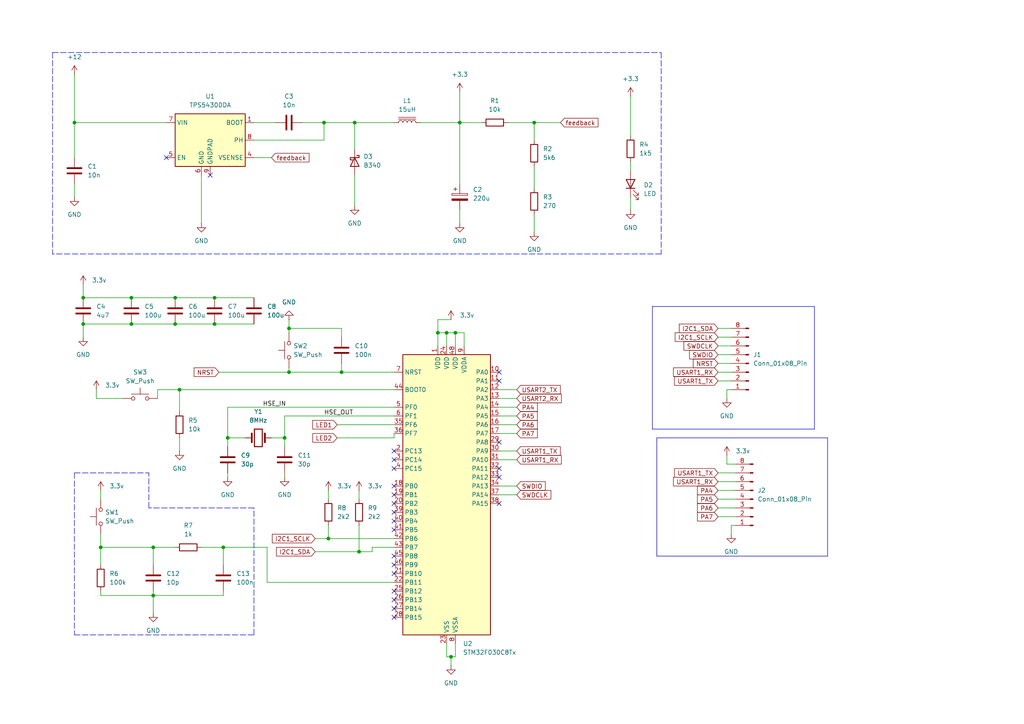
<source format=kicad_sch>
(kicad_sch (version 20250114) (generator "eeschema") (generator_version "9.0")
  (paper "A4")
  (lib_symbols
    (symbol "Connector:Conn_01x08_Pin" (pin_names (offset 1.016) (hide yes))
      (property "Reference" "J" (at 0 10.16 0))
      (property "Value" "Conn_01x08_Pin" (at 0 -12.7 0))
      (symbol "Conn_01x08_Pin_1_1"
        (rectangle (start 0.8636 7.747) (end 0 7.493) (stroke (width 0.1524)) (fill (type outline)))
        (rectangle (start 0.8636 5.207) (end 0 4.953) (stroke (width 0.1524)) (fill (type outline)))
        (rectangle (start 0.8636 2.667) (end 0 2.413) (stroke (width 0.1524)) (fill (type outline)))
        (rectangle (start 0.8636 0.127) (end 0 -0.127) (stroke (width 0.1524)) (fill (type outline)))
        (rectangle (start 0.8636 -2.413) (end 0 -2.667) (stroke (width 0.1524)) (fill (type outline)))
        (rectangle (start 0.8636 -4.953) (end 0 -5.207) (stroke (width 0.1524)) (fill (type outline)))
        (rectangle (start 0.8636 -7.493) (end 0 -7.747) (stroke (width 0.1524)) (fill (type outline)))
        (rectangle (start 0.8636 -10.033) (end 0 -10.287) (stroke (width 0.1524)) (fill (type outline)))
        (polyline (pts (xy 1.27 7.62) (xy 0.8636 7.62)) (stroke (width 0.1524)))
        (polyline (pts (xy 1.27 5.08) (xy 0.8636 5.08)) (stroke (width 0.1524)))
        (polyline (pts (xy 1.27 2.54) (xy 0.8636 2.54)) (stroke (width 0.1524)))
        (polyline (pts (xy 1.27 0) (xy 0.8636 0)) (stroke (width 0.1524)))
        (polyline (pts (xy 1.27 -2.54) (xy 0.8636 -2.54)) (stroke (width 0.1524)))
        (polyline (pts (xy 1.27 -5.08) (xy 0.8636 -5.08)) (stroke (width 0.1524)))
        (polyline (pts (xy 1.27 -7.62) (xy 0.8636 -7.62)) (stroke (width 0.1524)))
        (polyline (pts (xy 1.27 -10.16) (xy 0.8636 -10.16)) (stroke (width 0.1524)))
        (pin passive line (at 5.08 7.62 180) (length 3.81) (name "Pin_1") (number "1"))
        (pin passive line (at 5.08 5.08 180) (length 3.81) (name "Pin_2") (number "2"))
        (pin passive line (at 5.08 2.54 180) (length 3.81) (name "Pin_3") (number "3"))
        (pin passive line (at 5.08 0 180) (length 3.81) (name "Pin_4") (number "4"))
        (pin passive line (at 5.08 -2.54 180) (length 3.81) (name "Pin_5") (number "5"))
        (pin passive line (at 5.08 -5.08 180) (length 3.81) (name "Pin_6") (number "6"))
        (pin passive line (at 5.08 -7.62 180) (length 3.81) (name "Pin_7") (number "7"))
        (pin passive line (at 5.08 -10.16 180) (length 3.81) (name "Pin_8") (number "8"))
      )
    )
    (symbol "Device:C" (pin_numbers (hide yes)) (pin_names (offset 0.254))
      (property "Reference" "C" (at 0.635 2.54 0))
      (property "Value" "C" (at 0.635 -2.54 0))
      (symbol "C_0_1"
        (polyline (pts (xy -2.032 0.762) (xy 2.032 0.762)) (stroke (width 0.508)))
        (polyline (pts (xy -2.032 -0.762) (xy 2.032 -0.762)) (stroke (width 0.508)))
      )
      (symbol "C_1_1"
        (pin passive line (at 0 3.81 270) (length 2.794) (name "~") (number "1"))
        (pin passive line (at 0 -3.81 90) (length 2.794) (name "~") (number "2"))
      )
    )
    (symbol "Device:C_Polarized" (pin_numbers (hide yes)) (pin_names (offset 0.254))
      (property "Reference" "C" (at 0.635 2.54 0))
      (property "Value" "C_Polarized" (at 0.635 -2.54 0))
      (symbol "C_Polarized_0_1"
        (rectangle (start -2.286 0.508) (end 2.286 1.016))
        (polyline (pts (xy -1.778 2.286) (xy -0.762 2.286)))
        (polyline (pts (xy -1.27 2.794) (xy -1.27 1.778)))
        (rectangle (start 2.286 -0.508) (end -2.286 -1.016) (fill (type outline)))
      )
      (symbol "C_Polarized_1_1"
        (pin passive line (at 0 3.81 270) (length 2.794) (name "~") (number "1"))
        (pin passive line (at 0 -3.81 90) (length 2.794) (name "~") (number "2"))
      )
    )
    (symbol "Device:Crystal" (pin_numbers (hide yes)) (pin_names (offset 1.016) (hide yes))
      (property "Reference" "Y" (at 0 3.81 0))
      (property "Value" "Crystal" (at 0 -3.81 0))
      (symbol "Crystal_0_1"
        (polyline (pts (xy -2.54 0) (xy -1.905 0)))
        (polyline (pts (xy -1.905 -1.27) (xy -1.905 1.27)) (stroke (width 0.508)))
        (rectangle (start -1.143 2.54) (end 1.143 -2.54) (stroke (width 0.3048)))
        (polyline (pts (xy 1.905 -1.27) (xy 1.905 1.27)) (stroke (width 0.508)))
        (polyline (pts (xy 2.54 0) (xy 1.905 0)))
      )
      (symbol "Crystal_1_1"
        (pin passive line (at -3.81 0 0) (length 1.27) (name "1") (number "1"))
        (pin passive line (at 3.81 0 180) (length 1.27) (name "2") (number "2"))
      )
    )
    (symbol "Device:LED" (pin_numbers (hide yes)) (pin_names (offset 1.016) (hide yes))
      (property "Reference" "D" (at 0 2.54 0))
      (property "Value" "LED" (at 0 -2.54 0))
      (symbol "LED_0_1"
        (polyline (pts (xy -3.048 -0.762) (xy -4.572 -2.286) (xy -3.81 -2.286) (xy -4.572 -2.286) (xy -4.572 -1.524)))
        (polyline (pts (xy -1.778 -0.762) (xy -3.302 -2.286) (xy -2.54 -2.286) (xy -3.302 -2.286) (xy -3.302 -1.524)))
        (polyline (pts (xy -1.27 0) (xy 1.27 0)))
        (polyline (pts (xy -1.27 -1.27) (xy -1.27 1.27)) (stroke (width 0.254)))
        (polyline (pts (xy 1.27 -1.27) (xy 1.27 1.27) (xy -1.27 0) (xy 1.27 -1.27)) (stroke (width 0.254)))
      )
      (symbol "LED_1_1"
        (pin passive line (at -3.81 0 0) (length 2.54) (name "K") (number "1"))
        (pin passive line (at 3.81 0 180) (length 2.54) (name "A") (number "2"))
      )
    )
    (symbol "Device:L_Iron" (pin_numbers (hide yes)) (pin_names (offset 1.016) (hide yes))
      (property "Reference" "L" (at -1.27 0 90))
      (property "Value" "L_Iron" (at 2.794 0 90))
      (symbol "L_Iron_0_1"
        (arc (start 0 2.54) (mid 0.6323 1.905) (end 0 1.27))
        (arc (start 0 1.27) (mid 0.6323 0.635) (end 0 0))
        (arc (start 0 0) (mid 0.6323 -0.635) (end 0 -1.27))
        (arc (start 0 -1.27) (mid 0.6323 -1.905) (end 0 -2.54))
        (polyline (pts (xy 1.016 2.54) (xy 1.016 -2.54)))
        (polyline (pts (xy 1.524 -2.54) (xy 1.524 2.54)))
      )
      (symbol "L_Iron_1_1"
        (pin passive line (at 0 3.81 270) (length 1.27) (name "1") (number "1"))
        (pin passive line (at 0 -3.81 90) (length 1.27) (name "2") (number "2"))
      )
    )
    (symbol "Device:R" (pin_numbers (hide yes)) (pin_names (offset 0))
      (property "Reference" "R" (at 2.032 0 90))
      (property "Value" "R" (at 0 0 90))
      (symbol "R_0_1"
        (rectangle (start -1.016 -2.54) (end 1.016 2.54) (stroke (width 0.254)))
      )
      (symbol "R_1_1"
        (pin passive line (at 0 3.81 270) (length 1.27) (name "~") (number "1"))
        (pin passive line (at 0 -3.81 90) (length 1.27) (name "~") (number "2"))
      )
    )
    (symbol "Diode:B340" (pin_numbers (hide yes)) (pin_names (offset 1.016) (hide yes))
      (property "Reference" "D" (at 0 2.54 0))
      (property "Value" "B340" (at 0 -2.54 0))
      (symbol "B340_0_1"
        (polyline (pts (xy -1.905 0.635) (xy -1.905 1.27) (xy -1.27 1.27) (xy -1.27 -1.27) (xy -0.635 -1.27) (xy -0.635 -0.635)) (stroke (width 0.254)))
        (polyline (pts (xy 1.27 1.27) (xy 1.27 -1.27) (xy -1.27 0) (xy 1.27 1.27)) (stroke (width 0.254)))
        (polyline (pts (xy 1.27 0) (xy -1.27 0)))
      )
      (symbol "B340_1_1"
        (pin passive line (at -3.81 0 0) (length 2.54) (name "K") (number "1"))
        (pin passive line (at 3.81 0 180) (length 2.54) (name "A") (number "2"))
      )
    )
    (symbol "MCU_ST_STM32F0:STM32F030C8Tx"
      (property "Reference" "U" (at -12.7 41.91 0))
      (property "Value" "STM32F030C8Tx" (at 7.62 41.91 0))
      (symbol "STM32F030C8Tx_0_1"
        (rectangle (start -12.7 -40.64) (end 12.7 40.64) (stroke (width 0.254)) (fill (type background)))
      )
      (symbol "STM32F030C8Tx_1_1"
        (pin input line (at -15.24 35.56 0) (length 2.54) (name "NRST") (number "7"))
        (pin input line (at -15.24 30.48 0) (length 2.54) (name "BOOT0") (number "44"))
        (pin bidirectional line (at -15.24 25.4 0) (length 2.54) (name "PF0") (number "5"))
        (pin bidirectional line (at -15.24 22.86 0) (length 2.54) (name "PF1") (number "6"))
        (pin bidirectional line (at -15.24 20.32 0) (length 2.54) (name "PF6") (number "35"))
        (pin bidirectional line (at -15.24 17.78 0) (length 2.54) (name "PF7") (number "36"))
        (pin bidirectional line (at -15.24 12.7 0) (length 2.54) (name "PC13") (number "2"))
        (pin bidirectional line (at -15.24 10.16 0) (length 2.54) (name "PC14") (number "3"))
        (pin bidirectional line (at -15.24 7.62 0) (length 2.54) (name "PC15") (number "4"))
        (pin bidirectional line (at -15.24 2.54 0) (length 2.54) (name "PB0") (number "18"))
        (pin bidirectional line (at -15.24 0 0) (length 2.54) (name "PB1") (number "19"))
        (pin bidirectional line (at -15.24 -2.54 0) (length 2.54) (name "PB2") (number "20"))
        (pin bidirectional line (at -15.24 -5.08 0) (length 2.54) (name "PB3") (number "39"))
        (pin bidirectional line (at -15.24 -7.62 0) (length 2.54) (name "PB4") (number "40"))
        (pin bidirectional line (at -15.24 -10.16 0) (length 2.54) (name "PB5") (number "41"))
        (pin bidirectional line (at -15.24 -12.7 0) (length 2.54) (name "PB6") (number "42"))
        (pin bidirectional line (at -15.24 -15.24 0) (length 2.54) (name "PB7") (number "43"))
        (pin bidirectional line (at -15.24 -17.78 0) (length 2.54) (name "PB8") (number "45"))
        (pin bidirectional line (at -15.24 -20.32 0) (length 2.54) (name "PB9") (number "46"))
        (pin bidirectional line (at -15.24 -22.86 0) (length 2.54) (name "PB10") (number "21"))
        (pin bidirectional line (at -15.24 -25.4 0) (length 2.54) (name "PB11") (number "22"))
        (pin bidirectional line (at -15.24 -27.94 0) (length 2.54) (name "PB12") (number "25"))
        (pin bidirectional line (at -15.24 -30.48 0) (length 2.54) (name "PB13") (number "26"))
        (pin bidirectional line (at -15.24 -33.02 0) (length 2.54) (name "PB14") (number "27"))
        (pin bidirectional line (at -15.24 -35.56 0) (length 2.54) (name "PB15") (number "28"))
        (pin power_in line (at -2.54 43.18 270) (length 2.54) (name "VDD") (number "1"))
        (pin power_in line (at 0 43.18 270) (length 2.54) (name "VDD") (number "24"))
        (pin power_in line (at 0 -43.18 90) (length 2.54) (name "VSS") (number "23"))
        (pin passive line (at 0 -43.18 90) (length 2.54) (hide yes) (name "VSS") (number "47"))
        (pin power_in line (at 2.54 43.18 270) (length 2.54) (name "VDD") (number "48"))
        (pin power_in line (at 2.54 -43.18 90) (length 2.54) (name "VSSA") (number "8"))
        (pin power_in line (at 5.08 43.18 270) (length 2.54) (name "VDDA") (number "9"))
        (pin bidirectional line (at 15.24 35.56 180) (length 2.54) (name "PA0") (number "10"))
        (pin bidirectional line (at 15.24 33.02 180) (length 2.54) (name "PA1") (number "11"))
        (pin bidirectional line (at 15.24 30.48 180) (length 2.54) (name "PA2") (number "12"))
        (pin bidirectional line (at 15.24 27.94 180) (length 2.54) (name "PA3") (number "13"))
        (pin bidirectional line (at 15.24 25.4 180) (length 2.54) (name "PA4") (number "14"))
        (pin bidirectional line (at 15.24 22.86 180) (length 2.54) (name "PA5") (number "15"))
        (pin bidirectional line (at 15.24 20.32 180) (length 2.54) (name "PA6") (number "16"))
        (pin bidirectional line (at 15.24 17.78 180) (length 2.54) (name "PA7") (number "17"))
        (pin bidirectional line (at 15.24 15.24 180) (length 2.54) (name "PA8") (number "29"))
        (pin bidirectional line (at 15.24 12.7 180) (length 2.54) (name "PA9") (number "30"))
        (pin bidirectional line (at 15.24 10.16 180) (length 2.54) (name "PA10") (number "31"))
        (pin bidirectional line (at 15.24 7.62 180) (length 2.54) (name "PA11") (number "32"))
        (pin bidirectional line (at 15.24 5.08 180) (length 2.54) (name "PA12") (number "33"))
        (pin bidirectional line (at 15.24 2.54 180) (length 2.54) (name "PA13") (number "34"))
        (pin bidirectional line (at 15.24 0 180) (length 2.54) (name "PA14") (number "37"))
        (pin bidirectional line (at 15.24 -2.54 180) (length 2.54) (name "PA15") (number "38"))
      )
    )
    (symbol "Regulator_Switching:TPS5430DDA"
      (property "Reference" "U" (at -10.16 8.89 0))
      (property "Value" "TPS5430DDA" (at -1.27 8.89 0))
      (symbol "TPS5430DDA_0_1"
        (rectangle (start -10.16 7.62) (end 10.16 -7.62) (stroke (width 0.254)) (fill (type background)))
      )
      (symbol "TPS5430DDA_1_1"
        (pin power_in line (at -12.7 5.08 0) (length 2.54) (name "VIN") (number "7"))
        (pin input line (at -12.7 -5.08 0) (length 2.54) (name "EN") (number "5"))
        (pin no_connect line (at -10.16 2.54 0) (length 2.54) (hide yes) (name "NC") (number "2"))
        (pin no_connect line (at -10.16 -2.54 0) (length 2.54) (hide yes) (name "NC") (number "3"))
        (pin power_in line (at -2.54 -10.16 90) (length 2.54) (name "GND") (number "6"))
        (pin power_in line (at 0 -10.16 90) (length 2.54) (name "GNDPAD") (number "9"))
        (pin input line (at 12.7 5.08 180) (length 2.54) (name "BOOT") (number "1"))
        (pin output line (at 12.7 0 180) (length 2.54) (name "PH") (number "8"))
        (pin input line (at 12.7 -5.08 180) (length 2.54) (name "VSENSE") (number "4"))
      )
    )
    (symbol "Switch:SW_Push" (pin_numbers (hide yes)) (pin_names (offset 1.016) (hide yes))
      (property "Reference" "SW" (at 1.27 2.54 0))
      (property "Value" "SW_Push" (at 0 -1.524 0))
      (symbol "SW_Push_0_1"
        (circle (center -2.032 0) (radius 0.508))
        (polyline (pts (xy 0 1.27) (xy 0 3.048)))
        (circle (center 2.032 0) (radius 0.508))
        (polyline (pts (xy 2.54 1.27) (xy -2.54 1.27)))
        (pin passive line (at -5.08 0 0) (length 2.54) (name "1") (number "1"))
        (pin passive line (at 5.08 0 180) (length 2.54) (name "2") (number "2"))
      )
    )
    (symbol "power:GND" (power) (pin_numbers (hide yes)) (pin_names (offset 0) (hide yes))
      (property "Value" "GND" (at 0 -3.81 0))
      (symbol "GND_0_1"
        (polyline (pts (xy 0 0) (xy 0 -1.27) (xy 1.27 -1.27) (xy 0 -2.54) (xy -1.27 -1.27) (xy 0 -1.27)))
      )
      (symbol "GND_1_1"
        (pin power_in line (at 0 0 270) (length 0) (name "~") (number "1"))
      )
    )
    (symbol "power:VDD" (power) (pin_numbers (hide yes)) (pin_names (offset 0) (hide yes))
      (property "Value" "VDD" (at 0 3.556 0))
      (symbol "VDD_0_1"
        (polyline (pts (xy -0.762 1.27) (xy 0 2.54)))
        (polyline (pts (xy 0 2.54) (xy 0.762 1.27)))
        (polyline (pts (xy 0 0) (xy 0 2.54)))
      )
      (symbol "VDD_1_1"
        (pin power_in line (at 0 0 90) (length 0) (name "~") (number "1"))
      )
    )
  )
  (junction (at 104.14 160.02))
  (junction (at 129.54 96.52))
  (junction (at 50.8 93.98))
  (junction (at 38.1 93.98))
  (junction (at 93.98 35.56))
  (junction (at 82.55 127))
  (junction (at 130.81 190.5))
  (junction (at 52.07 113.03))
  (junction (at 50.8 86.36))
  (junction (at 127 96.52))
  (junction (at 64.77 158.75))
  (junction (at 133.35 35.56))
  (junction (at 99.06 107.95))
  (junction (at 44.45 158.75))
  (junction (at 44.45 172.72))
  (junction (at 29.21 158.75))
  (junction (at 62.23 93.98))
  (junction (at 83.82 95.25))
  (junction (at 21.59 35.56))
  (junction (at 83.82 107.95))
  (junction (at 66.04 127))
  (junction (at 154.94 35.56))
  (junction (at 38.1 86.36))
  (junction (at 102.87 35.56))
  (junction (at 95.25 156.21))
  (junction (at 24.13 86.36))
  (junction (at 24.13 93.98))
  (junction (at 62.23 86.36))
  (junction (at 132.08 96.52))
  (no_connect (at 114.3 171.45))
  (no_connect (at 114.3 135.89))
  (no_connect (at 114.3 146.05))
  (no_connect (at 114.3 151.13))
  (no_connect (at 114.3 148.59))
  (no_connect (at 114.3 166.37))
  (no_connect (at 114.3 133.35))
  (no_connect (at 114.3 143.51))
  (no_connect (at 144.78 107.95))
  (no_connect (at 144.78 138.43))
  (no_connect (at 114.3 163.83))
  (no_connect (at 144.78 135.89))
  (no_connect (at 48.26 45.72))
  (no_connect (at 114.3 130.81))
  (no_connect (at 114.3 140.97))
  (no_connect (at 144.78 128.27))
  (no_connect (at 114.3 176.53))
  (no_connect (at 144.78 110.49))
  (no_connect (at 144.78 146.05))
  (no_connect (at 114.3 153.67))
  (no_connect (at 114.3 173.99))
  (no_connect (at 114.3 179.07))
  (no_connect (at 114.3 161.29))
  (no_connect (at 60.96 50.8))
  (wire (pts (xy 83.82 95.25) (xy 83.82 96.52)))
  (polyline (pts (xy 240.03 161.29) (xy 240.03 127)))
  (wire (pts (xy 27.94 115.57) (xy 35.56 115.57)))
  (wire (pts (xy 210.82 132.08) (xy 210.82 134.62)))
  (wire (pts (xy 29.21 171.45) (xy 29.21 172.72)))
  (wire (pts (xy 63.5 107.95) (xy 83.82 107.95)))
  (wire (pts (xy 182.88 46.99) (xy 182.88 49.53)))
  (wire (pts (xy 144.78 140.97) (xy 149.86 140.97)))
  (wire (pts (xy 99.06 97.79) (xy 99.06 95.25)))
  (wire (pts (xy 52.07 113.03) (xy 114.3 113.03)))
  (polyline (pts (xy 191.77 15.24) (xy 191.77 73.66)) (stroke (width 0) (type dash)))
  (wire (pts (xy 58.42 50.8) (xy 58.42 64.77)))
  (wire (pts (xy 144.78 118.11) (xy 149.86 118.11)))
  (wire (pts (xy 97.79 123.19) (xy 114.3 123.19)))
  (wire (pts (xy 114.3 118.11) (xy 66.04 118.11)))
  (wire (pts (xy 129.54 96.52) (xy 127 96.52)))
  (polyline (pts (xy 21.59 137.16) (xy 21.59 184.15)) (stroke (width 0) (type dash)))
  (wire (pts (xy 127 96.52) (xy 127 92.71)))
  (wire (pts (xy 38.1 93.98) (xy 50.8 93.98)))
  (wire (pts (xy 208.28 100.33) (xy 212.09 100.33)))
  (wire (pts (xy 102.87 35.56) (xy 102.87 43.18)))
  (wire (pts (xy 144.78 130.81) (xy 149.86 130.81)))
  (wire (pts (xy 52.07 127) (xy 52.07 130.81)))
  (wire (pts (xy 93.98 40.64) (xy 93.98 35.56)))
  (polyline (pts (xy 73.66 184.15) (xy 73.66 147.32)) (stroke (width 0) (type dash)))
  (wire (pts (xy 133.35 26.67) (xy 133.35 35.56)))
  (wire (pts (xy 83.82 107.95) (xy 99.06 107.95)))
  (wire (pts (xy 29.21 142.24) (xy 29.21 144.78)))
  (wire (pts (xy 127 92.71) (xy 130.81 92.71)))
  (wire (pts (xy 44.45 163.83) (xy 44.45 158.75)))
  (wire (pts (xy 208.28 142.24) (xy 213.36 142.24)))
  (wire (pts (xy 58.42 158.75) (xy 64.77 158.75)))
  (wire (pts (xy 121.92 35.56) (xy 133.35 35.56)))
  (wire (pts (xy 66.04 127) (xy 71.12 127)))
  (wire (pts (xy 21.59 35.56) (xy 48.26 35.56)))
  (wire (pts (xy 50.8 93.98) (xy 62.23 93.98)))
  (wire (pts (xy 24.13 93.98) (xy 24.13 97.79)))
  (polyline (pts (xy 15.24 15.24) (xy 191.77 15.24)) (stroke (width 0) (type dash)))
  (wire (pts (xy 66.04 129.54) (xy 66.04 127)))
  (wire (pts (xy 102.87 35.56) (xy 114.3 35.56)))
  (wire (pts (xy 29.21 172.72) (xy 44.45 172.72)))
  (wire (pts (xy 82.55 137.16) (xy 82.55 138.43)))
  (wire (pts (xy 208.28 144.78) (xy 213.36 144.78)))
  (wire (pts (xy 208.28 97.79) (xy 212.09 97.79)))
  (wire (pts (xy 210.82 134.62) (xy 213.36 134.62)))
  (wire (pts (xy 99.06 107.95) (xy 114.3 107.95)))
  (wire (pts (xy 154.94 48.26) (xy 154.94 54.61)))
  (wire (pts (xy 95.25 142.24) (xy 95.25 144.78)))
  (wire (pts (xy 127 100.33) (xy 127 96.52)))
  (wire (pts (xy 93.98 35.56) (xy 102.87 35.56)))
  (wire (pts (xy 129.54 186.69) (xy 129.54 190.5)))
  (wire (pts (xy 62.23 93.98) (xy 73.66 93.98)))
  (wire (pts (xy 130.81 190.5) (xy 130.81 193.04)))
  (wire (pts (xy 64.77 158.75) (xy 64.77 163.83)))
  (wire (pts (xy 154.94 62.23) (xy 154.94 67.31)))
  (wire (pts (xy 52.07 119.38) (xy 52.07 113.03)))
  (wire (pts (xy 77.47 168.91) (xy 77.47 158.75)))
  (wire (pts (xy 73.66 35.56) (xy 80.01 35.56)))
  (wire (pts (xy 208.28 139.7) (xy 213.36 139.7)))
  (wire (pts (xy 44.45 172.72) (xy 64.77 172.72)))
  (wire (pts (xy 24.13 93.98) (xy 38.1 93.98)))
  (wire (pts (xy 104.14 142.24) (xy 104.14 144.78)))
  (wire (pts (xy 208.28 105.41) (xy 212.09 105.41)))
  (wire (pts (xy 91.44 156.21) (xy 95.25 156.21)))
  (wire (pts (xy 27.94 113.03) (xy 27.94 115.57)))
  (wire (pts (xy 133.35 35.56) (xy 139.7 35.56)))
  (wire (pts (xy 104.14 152.4) (xy 104.14 160.02)))
  (wire (pts (xy 208.28 147.32) (xy 213.36 147.32)))
  (wire (pts (xy 78.74 127) (xy 82.55 127)))
  (wire (pts (xy 99.06 105.41) (xy 99.06 107.95)))
  (wire (pts (xy 107.95 158.75) (xy 114.3 158.75)))
  (wire (pts (xy 212.09 152.4) (xy 213.36 152.4)))
  (wire (pts (xy 129.54 190.5) (xy 130.81 190.5)))
  (wire (pts (xy 44.45 158.75) (xy 50.8 158.75)))
  (wire (pts (xy 144.78 143.51) (xy 149.86 143.51)))
  (wire (pts (xy 44.45 158.75) (xy 29.21 158.75)))
  (polyline (pts (xy 21.59 137.16) (xy 43.18 137.16)) (stroke (width 0) (type dash)))
  (wire (pts (xy 24.13 86.36) (xy 38.1 86.36)))
  (wire (pts (xy 132.08 96.52) (xy 129.54 96.52)))
  (polyline (pts (xy 189.23 88.9) (xy 236.22 88.9)))
  (wire (pts (xy 154.94 35.56) (xy 154.94 40.64)))
  (wire (pts (xy 133.35 35.56) (xy 133.35 53.34)))
  (wire (pts (xy 182.88 57.15) (xy 182.88 60.96)))
  (wire (pts (xy 44.45 172.72) (xy 44.45 177.8)))
  (wire (pts (xy 29.21 158.75) (xy 29.21 163.83)))
  (wire (pts (xy 102.87 50.8) (xy 102.87 59.69)))
  (wire (pts (xy 134.62 100.33) (xy 134.62 96.52)))
  (polyline (pts (xy 15.24 15.24) (xy 15.24 73.66)) (stroke (width 0) (type dash)))
  (polyline (pts (xy 191.77 73.66) (xy 15.24 73.66)) (stroke (width 0) (type dash)))
  (wire (pts (xy 21.59 53.34) (xy 21.59 57.15)))
  (wire (pts (xy 104.14 160.02) (xy 107.95 160.02)))
  (polyline (pts (xy 190.5 127) (xy 190.5 161.29)))
  (wire (pts (xy 132.08 186.69) (xy 132.08 190.5)))
  (wire (pts (xy 133.35 60.96) (xy 133.35 64.77)))
  (wire (pts (xy 208.28 107.95) (xy 212.09 107.95)))
  (wire (pts (xy 24.13 82.55) (xy 24.13 86.36)))
  (wire (pts (xy 66.04 137.16) (xy 66.04 138.43)))
  (wire (pts (xy 83.82 106.68) (xy 83.82 107.95)))
  (wire (pts (xy 99.06 95.25) (xy 83.82 95.25)))
  (polyline (pts (xy 190.5 127) (xy 240.03 127)))
  (wire (pts (xy 134.62 96.52) (xy 132.08 96.52)))
  (wire (pts (xy 130.81 190.5) (xy 132.08 190.5)))
  (polyline (pts (xy 189.23 124.46) (xy 236.22 124.46)))
  (wire (pts (xy 21.59 21.59) (xy 21.59 35.56)))
  (wire (pts (xy 208.28 102.87) (xy 212.09 102.87)))
  (wire (pts (xy 208.28 137.16) (xy 213.36 137.16)))
  (wire (pts (xy 21.59 35.56) (xy 21.59 45.72)))
  (polyline (pts (xy 189.23 88.9) (xy 189.23 124.46)))
  (wire (pts (xy 82.55 129.54) (xy 82.55 127)))
  (wire (pts (xy 45.72 113.03) (xy 52.07 113.03)))
  (polyline (pts (xy 43.18 147.32) (xy 43.18 137.16)) (stroke (width 0) (type dash)))
  (wire (pts (xy 182.88 27.94) (xy 182.88 39.37)))
  (wire (pts (xy 144.78 120.65) (xy 149.86 120.65)))
  (wire (pts (xy 107.95 160.02) (xy 107.95 158.75)))
  (wire (pts (xy 73.66 40.64) (xy 93.98 40.64)))
  (wire (pts (xy 97.79 127) (xy 114.3 127)))
  (wire (pts (xy 62.23 86.36) (xy 73.66 86.36)))
  (wire (pts (xy 78.74 45.72) (xy 73.66 45.72)))
  (wire (pts (xy 114.3 168.91) (xy 77.47 168.91)))
  (wire (pts (xy 66.04 118.11) (xy 66.04 127)))
  (wire (pts (xy 82.55 127) (xy 82.55 120.65)))
  (wire (pts (xy 132.08 100.33) (xy 132.08 96.52)))
  (wire (pts (xy 154.94 35.56) (xy 162.56 35.56)))
  (wire (pts (xy 87.63 35.56) (xy 93.98 35.56)))
  (wire (pts (xy 144.78 113.03) (xy 149.86 113.03)))
  (wire (pts (xy 91.44 160.02) (xy 104.14 160.02)))
  (wire (pts (xy 83.82 92.71) (xy 83.82 95.25)))
  (wire (pts (xy 114.3 127) (xy 114.3 125.73)))
  (wire (pts (xy 210.82 113.03) (xy 212.09 113.03)))
  (wire (pts (xy 29.21 154.94) (xy 29.21 158.75)))
  (wire (pts (xy 38.1 86.36) (xy 50.8 86.36)))
  (wire (pts (xy 208.28 149.86) (xy 213.36 149.86)))
  (wire (pts (xy 208.28 110.49) (xy 212.09 110.49)))
  (wire (pts (xy 144.78 125.73) (xy 149.86 125.73)))
  (wire (pts (xy 77.47 158.75) (xy 64.77 158.75)))
  (wire (pts (xy 50.8 86.36) (xy 62.23 86.36)))
  (polyline (pts (xy 236.22 124.46) (xy 236.22 88.9)))
  (wire (pts (xy 64.77 172.72) (xy 64.77 171.45)))
  (wire (pts (xy 147.32 35.56) (xy 154.94 35.56)))
  (wire (pts (xy 95.25 152.4) (xy 95.25 156.21)))
  (wire (pts (xy 210.82 115.57) (xy 210.82 113.03)))
  (wire (pts (xy 144.78 133.35) (xy 149.86 133.35)))
  (wire (pts (xy 82.55 120.65) (xy 114.3 120.65)))
  (polyline (pts (xy 21.59 184.15) (xy 73.66 184.15)) (stroke (width 0) (type dash)))
  (wire (pts (xy 144.78 123.19) (xy 149.86 123.19)))
  (wire (pts (xy 45.72 115.57) (xy 45.72 113.03)))
  (wire (pts (xy 44.45 171.45) (xy 44.45 172.72)))
  (polyline (pts (xy 73.66 147.32) (xy 43.18 147.32)) (stroke (width 0) (type dash)))
  (wire (pts (xy 129.54 100.33) (xy 129.54 96.52)))
  (wire (pts (xy 95.25 156.21) (xy 114.3 156.21)))
  (wire (pts (xy 144.78 115.57) (xy 149.86 115.57)))
  (wire (pts (xy 212.09 154.94) (xy 212.09 152.4)))
  (wire (pts (xy 208.28 95.25) (xy 212.09 95.25)))
  (polyline (pts (xy 190.5 161.29) (xy 240.03 161.29)))
  (label "HSE_OUT" (at 93.98 120.65 0))
  (label "HSE_IN" (at 76.2 118.11 0))
  (global_label "USART2_RX" (shape input) (at 149.86 115.57 0) (property "Intersheetrefs" "${INTERSHEET_REFS}" (effects (hide yes))))
  (global_label "PA5" (shape input) (at 208.28 144.78 180) (property "Intersheetrefs" "${INTERSHEET_REFS}" (effects (hide yes))))
  (global_label "SWDCLK" (shape input) (at 149.86 143.51 0) (property "Intersheetrefs" "${INTERSHEET_REFS}" (effects (hide yes))))
  (global_label "PA7" (shape input) (at 208.28 149.86 180) (property "Intersheetrefs" "${INTERSHEET_REFS}" (effects (hide yes))))
  (global_label "USART1_RX" (shape input) (at 149.86 133.35 0) (property "Intersheetrefs" "${INTERSHEET_REFS}" (effects (hide yes))))
  (global_label "I2C1_SCLK" (shape input) (at 208.28 97.79 180) (property "Intersheetrefs" "${INTERSHEET_REFS}" (effects (hide yes))))
  (global_label "USART1_TX" (shape input) (at 149.86 130.81 0) (property "Intersheetrefs" "${INTERSHEET_REFS}" (effects (hide yes))))
  (global_label "USART1_TX" (shape input) (at 208.28 110.49 180) (property "Intersheetrefs" "${INTERSHEET_REFS}" (effects (hide yes))))
  (global_label "USART1_TX" (shape input) (at 208.28 137.16 180) (property "Intersheetrefs" "${INTERSHEET_REFS}" (effects (hide yes))))
  (global_label "LED2" (shape input) (at 97.79 127 180) (property "Intersheetrefs" "${INTERSHEET_REFS}" (effects (hide yes))))
  (global_label "I2C1_SDA" (shape input) (at 91.44 160.02 180) (property "Intersheetrefs" "${INTERSHEET_REFS}" (effects (hide yes))))
  (global_label "PA5" (shape input) (at 149.86 120.65 0) (property "Intersheetrefs" "${INTERSHEET_REFS}" (effects (hide yes))))
  (global_label "NRST" (shape input) (at 63.5 107.95 180) (property "Intersheetrefs" "${INTERSHEET_REFS}" (effects (hide yes))))
  (global_label "PA7" (shape input) (at 149.86 125.73 0) (property "Intersheetrefs" "${INTERSHEET_REFS}" (effects (hide yes))))
  (global_label "feedback" (shape input) (at 162.56 35.56 0) (property "Intersheetrefs" "${INTERSHEET_REFS}" (effects (hide yes))))
  (global_label "feedback" (shape input) (at 78.74 45.72 0) (property "Intersheetrefs" "${INTERSHEET_REFS}" (effects (hide yes))))
  (global_label "I2C1_SDA" (shape input) (at 208.28 95.25 180) (property "Intersheetrefs" "${INTERSHEET_REFS}" (effects (hide yes))))
  (global_label "PA6" (shape input) (at 149.86 123.19 0) (property "Intersheetrefs" "${INTERSHEET_REFS}" (effects (hide yes))))
  (global_label "USART1_RX" (shape input) (at 208.28 107.95 180) (property "Intersheetrefs" "${INTERSHEET_REFS}" (effects (hide yes))))
  (global_label "PA4" (shape input) (at 149.86 118.11 0) (property "Intersheetrefs" "${INTERSHEET_REFS}" (effects (hide yes))))
  (global_label "SWDIO" (shape input) (at 208.28 102.87 180) (property "Intersheetrefs" "${INTERSHEET_REFS}" (effects (hide yes))))
  (global_label "USART2_TX" (shape input) (at 149.86 113.03 0) (property "Intersheetrefs" "${INTERSHEET_REFS}" (effects (hide yes))))
  (global_label "SWDIO" (shape input) (at 149.86 140.97 0) (property "Intersheetrefs" "${INTERSHEET_REFS}" (effects (hide yes))))
  (global_label "NRST" (shape input) (at 208.28 105.41 180) (property "Intersheetrefs" "${INTERSHEET_REFS}" (effects (hide yes))))
  (global_label "SWDCLK" (shape input) (at 208.28 100.33 180) (property "Intersheetrefs" "${INTERSHEET_REFS}" (effects (hide yes))))
  (global_label "USART1_RX" (shape input) (at 208.28 139.7 180) (property "Intersheetrefs" "${INTERSHEET_REFS}" (effects (hide yes))))
  (global_label "PA4" (shape input) (at 208.28 142.24 180) (property "Intersheetrefs" "${INTERSHEET_REFS}" (effects (hide yes))))
  (global_label "PA6" (shape input) (at 208.28 147.32 180) (property "Intersheetrefs" "${INTERSHEET_REFS}" (effects (hide yes))))
  (global_label "I2C1_SCLK" (shape input) (at 91.44 156.21 180) (property "Intersheetrefs" "${INTERSHEET_REFS}" (effects (hide yes))))
  (global_label "LED1" (shape input) (at 97.79 123.19 180) (property "Intersheetrefs" "${INTERSHEET_REFS}" (effects (hide yes))))
  (symbol (lib_id "power:VDD") (at 133.35 26.67 0) (unit 1)
    (property "Reference" "#PWR07" (effects (hide yes)))
    (property "Value" "+3.3" (at 133.35 21.59 0))
    (property "Description" "Power symbol creates a global label with name \"VDD\"" (effects (hide yes)))
  )
  (symbol (lib_id "power:GND") (at 58.42 64.77 0) (unit 1)
    (property "Reference" "#PWR01" (effects (hide yes)))
    (property "Value" "GND" (at 58.42 69.85 0))
    (property "Description" "Power symbol creates a global label with name \"GND\" , ground" (effects (hide yes)))
  )
  (symbol (lib_id "Diode:B340") (at 102.87 46.99 270) (unit 1)
    (property "Reference" "D3" (at 105.41 45.4024 90) (effects (justify left)))
    (property "Value" "B340" (at 105.41 47.9424 90) (effects (justify left)))
    (property "Footprint" "Diode_SMD:D_SMC" (effects (hide yes)))
    (property "Datasheet" "http://www.jameco.com/Jameco/Products/ProdDS/1538777.pdf" (effects (hide yes)))
    (property "Description" "40V 3A Schottky Barrier Rectifier Diode, SMC" (effects (hide yes)))
  )
  (symbol (lib_id "Device:C") (at 64.77 167.64 0) (unit 1)
    (property "Reference" "C13" (at 68.58 166.3699 0) (effects (justify left)))
    (property "Value" "100n" (at 68.58 168.9099 0) (effects (justify left)))
    (property "Footprint" "Capacitor_SMD:C_0201_0603Metric" (effects (hide yes)))
    (property "Description" "Unpolarized capacitor" (effects (hide yes)))
  )
  (symbol (lib_id "power:GND") (at 154.94 67.31 0) (unit 1)
    (property "Reference" "#PWR05" (effects (hide yes)))
    (property "Value" "GND" (at 154.94 72.39 0))
    (property "Description" "Power symbol creates a global label with name \"GND\" , ground" (effects (hide yes)))
  )
  (symbol (lib_id "Connector:Conn_01x08_Pin") (at 217.17 105.41 180) (unit 1)
    (property "Reference" "J1" (at 218.44 102.8699 0) (effects (justify right)))
    (property "Value" "Conn_01x08_Pin" (at 218.44 105.4099 0) (effects (justify right)))
    (property "Footprint" "Connector_PinHeader_2.54mm:PinHeader_1x08_P2.54mm_Vertical" (effects (hide yes)))
    (property "Description" "Generic connector, single row, 01x08, script generated" (effects (hide yes)))
  )
  (symbol (lib_id "power:GND") (at 130.81 193.04 0) (unit 1)
    (property "Reference" "#PWR020" (effects (hide yes)))
    (property "Value" "GND" (at 130.81 198.12 0))
    (property "Description" "Power symbol creates a global label with name \"GND\" , ground" (effects (hide yes)))
  )
  (symbol (lib_id "power:VDD") (at 95.25 142.24 0) (unit 1)
    (property "Reference" "#PWR018" (effects (hide yes)))
    (property "Value" "3.3v" (at 97.79 140.9699 0) (effects (justify left)))
    (property "Description" "Power symbol creates a global label with name \"VDD\"" (effects (hide yes)))
  )
  (symbol (lib_id "Device:R") (at 143.51 35.56 90) (unit 1)
    (property "Reference" "R1" (at 143.51 29.21 90))
    (property "Value" "10k" (at 143.51 31.75 90))
    (property "Footprint" "Resistor_SMD:R_0603_1608Metric_Pad0.98x0.95mm_HandSolder" (effects (hide yes)))
    (property "Description" "Resistor" (effects (hide yes)))
  )
  (symbol (lib_id "power:GND") (at 82.55 138.43 0) (unit 1)
    (property "Reference" "#PWR015" (effects (hide yes)))
    (property "Value" "GND" (at 82.55 143.51 0))
    (property "Description" "Power symbol creates a global label with name \"GND\" , ground" (effects (hide yes)))
  )
  (symbol (lib_id "Device:C") (at 62.23 90.17 180) (unit 1)
    (property "Reference" "C7" (at 66.04 88.8999 0) (effects (justify right)))
    (property "Value" "100u" (at 66.04 91.4399 0) (effects (justify right)))
    (property "Footprint" "Capacitor_SMD:C_0201_0603Metric" (effects (hide yes)))
    (property "Description" "Unpolarized capacitor" (effects (hide yes)))
  )
  (symbol (lib_id "power:GND") (at 21.59 57.15 0) (unit 1)
    (property "Reference" "#PWR025" (effects (hide yes)))
    (property "Value" "GND" (at 21.59 62.23 0))
    (property "Description" "Power symbol creates a global label with name \"GND\" , ground" (effects (hide yes)))
  )
  (symbol (lib_id "power:VDD") (at 210.82 132.08 0) (unit 1)
    (property "Reference" "#PWR024" (effects (hide yes)))
    (property "Value" "3.3v" (at 213.36 130.8099 0) (effects (justify left)))
    (property "Description" "Power symbol creates a global label with name \"VDD\"" (effects (hide yes)))
  )
  (symbol (lib_id "Device:C") (at 44.45 167.64 0) (unit 1)
    (property "Reference" "C12" (at 48.26 166.3699 0) (effects (justify left)))
    (property "Value" "10p" (at 48.26 168.9099 0) (effects (justify left)))
    (property "Footprint" "Capacitor_SMD:C_0201_0603Metric" (effects (hide yes)))
    (property "Description" "Unpolarized capacitor" (effects (hide yes)))
  )
  (symbol (lib_id "Device:R") (at 104.14 148.59 0) (unit 1)
    (property "Reference" "R9" (at 106.68 147.3199 0) (effects (justify left)))
    (property "Value" "2k2" (at 106.68 149.8599 0) (effects (justify left)))
    (property "Footprint" "Resistor_SMD:R_0603_1608Metric_Pad0.98x0.95mm_HandSolder" (effects (hide yes)))
    (property "Description" "Resistor" (effects (hide yes)))
  )
  (symbol (lib_id "Device:LED") (at 182.88 53.34 90) (unit 1)
    (property "Reference" "D2" (at 186.69 53.6574 90) (effects (justify right)))
    (property "Value" "LED" (at 186.69 56.1974 90) (effects (justify right)))
    (property "Footprint" "LED_SMD:LED_0402_1005Metric_Pad0.77x0.64mm_HandSolder" (effects (hide yes)))
    (property "Description" "Light emitting diode" (effects (hide yes)))
  )
  (symbol (lib_id "power:VDD") (at 130.81 92.71 0) (unit 1)
    (property "Reference" "#PWR021" (effects (hide yes)))
    (property "Value" "3.3v" (at 133.35 91.4399 0) (effects (justify left)))
    (property "Description" "Power symbol creates a global label with name \"VDD\"" (effects (hide yes)))
  )
  (symbol (lib_id "Device:C") (at 66.04 133.35 0) (unit 1)
    (property "Reference" "C9" (at 69.85 132.0799 0) (effects (justify left)))
    (property "Value" "30p" (at 69.85 134.6199 0) (effects (justify left)))
    (property "Footprint" "Capacitor_SMD:C_0201_0603Metric" (effects (hide yes)))
    (property "Description" "Unpolarized capacitor" (effects (hide yes)))
  )
  (symbol (lib_id "power:GND") (at 102.87 59.69 0) (unit 1)
    (property "Reference" "#PWR03" (effects (hide yes)))
    (property "Value" "GND" (at 102.87 64.77 0))
    (property "Description" "Power symbol creates a global label with name \"GND\" , ground" (effects (hide yes)))
  )
  (symbol (lib_id "power:VDD") (at 104.14 142.24 0) (unit 1)
    (property "Reference" "#PWR019" (effects (hide yes)))
    (property "Value" "3.3v" (at 106.68 140.9699 0) (effects (justify left)))
    (property "Description" "Power symbol creates a global label with name \"VDD\"" (effects (hide yes)))
  )
  (symbol (lib_id "Device:R") (at 154.94 44.45 0) (unit 1)
    (property "Reference" "R2" (at 157.48 43.1799 0) (effects (justify left)))
    (property "Value" "5k6" (at 157.48 45.7199 0) (effects (justify left)))
    (property "Footprint" "Resistor_SMD:R_0603_1608Metric_Pad0.98x0.95mm_HandSolder" (effects (hide yes)))
    (property "Description" "Resistor" (effects (hide yes)))
  )
  (symbol (lib_id "power:GND") (at 52.07 130.81 0) (unit 1)
    (property "Reference" "#PWR013" (effects (hide yes)))
    (property "Value" "GND" (at 52.07 135.89 0))
    (property "Description" "Power symbol creates a global label with name \"GND\" , ground" (effects (hide yes)))
  )
  (symbol (lib_id "Device:R") (at 95.25 148.59 0) (unit 1)
    (property "Reference" "R8" (at 97.79 147.3199 0) (effects (justify left)))
    (property "Value" "2k2" (at 97.79 149.8599 0) (effects (justify left)))
    (property "Footprint" "Resistor_SMD:R_0603_1608Metric_Pad0.98x0.95mm_HandSolder" (effects (hide yes)))
    (property "Description" "Resistor" (effects (hide yes)))
  )
  (symbol (lib_id "power:GND") (at 210.82 115.57 0) (unit 1)
    (property "Reference" "#PWR022" (effects (hide yes)))
    (property "Value" "GND" (at 210.82 120.65 0))
    (property "Description" "Power symbol creates a global label with name \"GND\" , ground" (effects (hide yes)))
  )
  (symbol (lib_id "power:GND") (at 66.04 138.43 0) (unit 1)
    (property "Reference" "#PWR014" (effects (hide yes)))
    (property "Value" "GND" (at 66.04 143.51 0))
    (property "Description" "Power symbol creates a global label with name \"GND\" , ground" (effects (hide yes)))
  )
  (symbol (lib_id "power:VDD") (at 29.21 142.24 0) (unit 1)
    (property "Reference" "#PWR017" (effects (hide yes)))
    (property "Value" "3.3v" (at 31.75 140.9699 0) (effects (justify left)))
    (property "Description" "Power symbol creates a global label with name \"VDD\"" (effects (hide yes)))
  )
  (symbol (lib_id "Connector:Conn_01x08_Pin") (at 218.44 144.78 180) (unit 1)
    (property "Reference" "J2" (at 219.71 142.2399 0) (effects (justify right)))
    (property "Value" "Conn_01x08_Pin" (at 219.71 144.7799 0) (effects (justify right)))
    (property "Footprint" "Connector_PinHeader_2.54mm:PinHeader_1x08_P2.54mm_Vertical" (effects (hide yes)))
    (property "Description" "Generic connector, single row, 01x08, script generated" (effects (hide yes)))
  )
  (symbol (lib_id "Device:R") (at 52.07 123.19 0) (unit 1)
    (property "Reference" "R5" (at 54.61 121.9199 0) (effects (justify left)))
    (property "Value" "10k" (at 54.61 124.4599 0) (effects (justify left)))
    (property "Footprint" "Resistor_SMD:R_0603_1608Metric_Pad0.98x0.95mm_HandSolder" (effects (hide yes)))
    (property "Description" "Resistor" (effects (hide yes)))
  )
  (symbol (lib_id "power:GND") (at 24.13 97.79 0) (unit 1)
    (property "Reference" "#PWR010" (effects (hide yes)))
    (property "Value" "GND" (at 24.13 102.87 0))
    (property "Description" "Power symbol creates a global label with name \"GND\" , ground" (effects (hide yes)))
  )
  (symbol (lib_id "Device:C_Polarized") (at 133.35 57.15 0) (unit 1)
    (property "Reference" "C2" (at 137.16 54.9909 0) (effects (justify left)))
    (property "Value" "220u" (at 137.16 57.5309 0) (effects (justify left)))
    (property "Footprint" "Capacitor_SMD:C_0201_0603Metric" (effects (hide yes)))
    (property "Description" "Polarized capacitor" (effects (hide yes)))
  )
  (symbol (lib_id "Switch:SW_Push") (at 40.64 115.57 0) (unit 1)
    (property "Reference" "SW3" (at 40.64 107.95 0))
    (property "Value" "SW_Push" (at 40.64 110.49 0))
    (property "Footprint" "Button_Switch_SMD:SW_SPST_PTS645" (effects (hide yes)))
    (property "Description" "Push button switch, generic, two pins" (effects (hide yes)))
  )
  (symbol (lib_id "Device:R") (at 182.88 43.18 0) (unit 1)
    (property "Reference" "R4" (at 185.42 41.9099 0) (effects (justify left)))
    (property "Value" "1k5" (at 185.42 44.4499 0) (effects (justify left)))
    (property "Footprint" "Resistor_SMD:R_0603_1608Metric_Pad0.98x0.95mm_HandSolder" (effects (hide yes)))
    (property "Description" "Resistor" (effects (hide yes)))
  )
  (symbol (lib_id "Device:R") (at 154.94 58.42 0) (unit 1)
    (property "Reference" "R3" (at 157.48 57.1499 0) (effects (justify left)))
    (property "Value" "270" (at 157.48 59.6899 0) (effects (justify left)))
    (property "Footprint" "Resistor_SMD:R_0603_1608Metric_Pad0.98x0.95mm_HandSolder" (effects (hide yes)))
    (property "Description" "Resistor" (effects (hide yes)))
  )
  (symbol (lib_id "Regulator_Switching:TPS5430DDA") (at 60.96 40.64 0) (unit 1)
    (property "Reference" "U1" (at 60.96 27.94 0))
    (property "Value" "TPS5430DDA" (at 60.96 30.48 0))
    (property "Footprint" "Package_SO:TI_SO-PowerPAD-8_ThermalVias" (effects (hide yes)))
    (property "Datasheet" "http://www.ti.com/lit/ds/symlink/tps5430.pdf" (effects (hide yes)))
    (property "Description" "3A, Step Down Swift Converter, Adjustable Output Voltage, 5.5-36V Input Voltage, PowerSO-8" (effects (hide yes)))
  )
  (symbol (lib_id "Switch:SW_Push") (at 29.21 149.86 90) (unit 1)
    (property "Reference" "SW1" (at 30.48 148.5899 90) (effects (justify right)))
    (property "Value" "SW_Push" (at 30.48 151.1299 90) (effects (justify right)))
    (property "Footprint" "Button_Switch_SMD:SW_SPST_PTS645" (effects (hide yes)))
    (property "Description" "Push button switch, generic, two pins" (effects (hide yes)))
  )
  (symbol (lib_id "Device:C") (at 24.13 90.17 180) (unit 1)
    (property "Reference" "C4" (at 27.94 88.8999 0) (effects (justify right)))
    (property "Value" "4u7" (at 27.94 91.4399 0) (effects (justify right)))
    (property "Footprint" "Capacitor_SMD:C_0201_0603Metric" (effects (hide yes)))
    (property "Description" "Unpolarized capacitor" (effects (hide yes)))
  )
  (symbol (lib_id "Device:C") (at 82.55 133.35 0) (unit 1)
    (property "Reference" "C11" (at 86.36 132.0799 0) (effects (justify left)))
    (property "Value" "30p" (at 86.36 134.6199 0) (effects (justify left)))
    (property "Footprint" "Capacitor_SMD:C_0201_0603Metric" (effects (hide yes)))
    (property "Description" "Unpolarized capacitor" (effects (hide yes)))
  )
  (symbol (lib_id "power:GND") (at 44.45 177.8 0) (unit 1)
    (property "Reference" "#PWR016" (effects (hide yes)))
    (property "Value" "GND" (at 44.45 182.88 0))
    (property "Description" "Power symbol creates a global label with name \"GND\" , ground" (effects (hide yes)))
  )
  (symbol (lib_id "Device:C") (at 73.66 90.17 180) (unit 1)
    (property "Reference" "C8" (at 77.47 88.8999 0) (effects (justify right)))
    (property "Value" "100u" (at 77.47 91.4399 0) (effects (justify right)))
    (property "Footprint" "Capacitor_SMD:C_0201_0603Metric" (effects (hide yes)))
    (property "Description" "Unpolarized capacitor" (effects (hide yes)))
  )
  (symbol (lib_id "power:GND") (at 212.09 154.94 0) (unit 1)
    (property "Reference" "#PWR023" (effects (hide yes)))
    (property "Value" "GND" (at 212.09 160.02 0))
    (property "Description" "Power symbol creates a global label with name \"GND\" , ground" (effects (hide yes)))
  )
  (symbol (lib_id "Device:C") (at 99.06 101.6 0) (unit 1)
    (property "Reference" "C10" (at 102.87 100.3299 0) (effects (justify left)))
    (property "Value" "100n" (at 102.87 102.8699 0) (effects (justify left)))
    (property "Footprint" "Capacitor_SMD:C_0201_0603Metric" (effects (hide yes)))
    (property "Description" "Unpolarized capacitor" (effects (hide yes)))
  )
  (symbol (lib_id "Device:L_Iron") (at 118.11 35.56 90) (unit 1)
    (property "Reference" "L1" (at 118.11 29.21 90))
    (property "Value" "15uH" (at 118.11 31.75 90))
    (property "Footprint" "Inductor_SMD:L_Changjiang_FNR8065S" (effects (hide yes)))
    (property "Description" "Inductor with iron core" (effects (hide yes)))
  )
  (symbol (lib_id "MCU_ST_STM32F0:STM32F030C8Tx") (at 129.54 143.51 0) (unit 1)
    (property "Reference" "U2" (at 134.2741 186.69 0) (effects (justify left)))
    (property "Value" "STM32F030C8Tx" (at 134.2741 189.23 0) (effects (justify left)))
    (property "Footprint" "Package_QFP:LQFP-48_7x7mm_P0.5mm" (effects (hide yes)))
    (property "Datasheet" "https://www.st.com/resource/en/datasheet/stm32f030c8.pdf" (effects (hide yes)))
    (property "Description" "STMicroelectronics Arm Cortex-M0 MCU, 64KB flash, 8KB RAM, 48 MHz, 2.4-3.6V, 39 GPIO, LQFP48" (effects (hide yes)))
  )
  (symbol (lib_id "power:VDD") (at 24.13 82.55 0) (unit 1)
    (property "Reference" "#PWR09" (effects (hide yes)))
    (property "Value" "3.3v" (at 26.67 81.2799 0) (effects (justify left)))
    (property "Description" "Power symbol creates a global label with name \"VDD\"" (effects (hide yes)))
  )
  (symbol (lib_id "Device:C") (at 21.59 49.53 0) (unit 1)
    (property "Reference" "C1" (at 25.4 48.2599 0) (effects (justify left)))
    (property "Value" "10n" (at 25.4 50.7999 0) (effects (justify left)))
    (property "Footprint" "Capacitor_SMD:C_0201_0603Metric" (effects (hide yes)))
    (property "Description" "Unpolarized capacitor" (effects (hide yes)))
  )
  (symbol (lib_id "power:GND") (at 133.35 64.77 0) (unit 1)
    (property "Reference" "#PWR04" (effects (hide yes)))
    (property "Value" "GND" (at 133.35 69.85 0))
    (property "Description" "Power symbol creates a global label with name \"GND\" , ground" (effects (hide yes)))
  )
  (symbol (lib_id "Device:C") (at 38.1 90.17 180) (unit 1)
    (property "Reference" "C5" (at 41.91 88.8999 0) (effects (justify right)))
    (property "Value" "100u" (at 41.91 91.4399 0) (effects (justify right)))
    (property "Footprint" "Capacitor_SMD:C_0201_0603Metric" (effects (hide yes)))
    (property "Description" "Unpolarized capacitor" (effects (hide yes)))
  )
  (symbol (lib_id "power:VDD") (at 182.88 27.94 0) (unit 1)
    (property "Reference" "#PWR08" (effects (hide yes)))
    (property "Value" "+3.3" (at 182.88 22.86 0))
    (property "Description" "Power symbol creates a global label with name \"VDD\"" (effects (hide yes)))
  )
  (symbol (lib_id "Device:R") (at 29.21 167.64 0) (unit 1)
    (property "Reference" "R6" (at 31.75 166.3699 0) (effects (justify left)))
    (property "Value" "100k" (at 31.75 168.9099 0) (effects (justify left)))
    (property "Footprint" "Resistor_SMD:R_0603_1608Metric_Pad0.98x0.95mm_HandSolder" (effects (hide yes)))
    (property "Description" "Resistor" (effects (hide yes)))
  )
  (symbol (lib_id "power:GND") (at 83.82 92.71 180) (unit 1)
    (property "Reference" "#PWR011" (effects (hide yes)))
    (property "Value" "GND" (at 83.82 87.63 0))
    (property "Description" "Power symbol creates a global label with name \"GND\" , ground" (effects (hide yes)))
  )
  (symbol (lib_id "Switch:SW_Push") (at 83.82 101.6 90) (unit 1)
    (property "Reference" "SW2" (at 85.09 100.3299 90) (effects (justify right)))
    (property "Value" "SW_Push" (at 85.09 102.8699 90) (effects (justify right)))
    (property "Footprint" "Button_Switch_SMD:SW_SPST_PTS645" (effects (hide yes)))
    (property "Description" "Push button switch, generic, two pins" (effects (hide yes)))
  )
  (symbol (lib_id "Device:R") (at 54.61 158.75 90) (unit 1)
    (property "Reference" "R7" (at 54.61 152.4 90))
    (property "Value" "1k" (at 54.61 154.94 90))
    (property "Footprint" "Resistor_SMD:R_0603_1608Metric_Pad0.98x0.95mm_HandSolder" (effects (hide yes)))
    (property "Description" "Resistor" (effects (hide yes)))
  )
  (symbol (lib_id "power:VDD") (at 21.59 21.59 0) (unit 1)
    (property "Reference" "#PWR02" (effects (hide yes)))
    (property "Value" "+12" (at 21.59 16.51 0))
    (property "Description" "Power symbol creates a global label with name \"VDD\"" (effects (hide yes)))
  )
  (symbol (lib_id "Device:C") (at 50.8 90.17 180) (unit 1)
    (property "Reference" "C6" (at 54.61 88.8999 0) (effects (justify right)))
    (property "Value" "100u" (at 54.61 91.4399 0) (effects (justify right)))
    (property "Footprint" "Capacitor_SMD:C_0201_0603Metric" (effects (hide yes)))
    (property "Description" "Unpolarized capacitor" (effects (hide yes)))
  )
  (symbol (lib_id "power:GND") (at 182.88 60.96 0) (unit 1)
    (property "Reference" "#PWR06" (effects (hide yes)))
    (property "Value" "GND" (at 182.88 66.04 0))
    (property "Description" "Power symbol creates a global label with name \"GND\" , ground" (effects (hide yes)))
  )
  (symbol (lib_id "Device:C") (at 83.82 35.56 90) (unit 1)
    (property "Reference" "C3" (at 83.82 27.94 90))
    (property "Value" "10n" (at 83.82 30.48 90))
    (property "Footprint" "Capacitor_SMD:C_0201_0603Metric" (effects (hide yes)))
    (property "Description" "Unpolarized capacitor" (effects (hide yes)))
  )
  (symbol (lib_id "Device:Crystal") (at 74.93 127 0) (unit 1)
    (property "Reference" "Y1" (at 74.93 119.38 0))
    (property "Value" "8MHz" (at 74.93 121.92 0))
    (property "Footprint" "Crystal:Crystal_HC18-U_Vertical" (effects (hide yes)))
    (property "Description" "Two pin crystal" (effects (hide yes)))
  )
  (symbol (lib_id "power:VDD") (at 27.94 113.03 0) (unit 1)
    (property "Reference" "#PWR012" (effects (hide yes)))
    (property "Value" "3.3v" (at 30.48 111.7599 0) (effects (justify left)))
    (property "Description" "Power symbol creates a global label with name \"VDD\"" (effects (hide yes)))
  )
)
</source>
